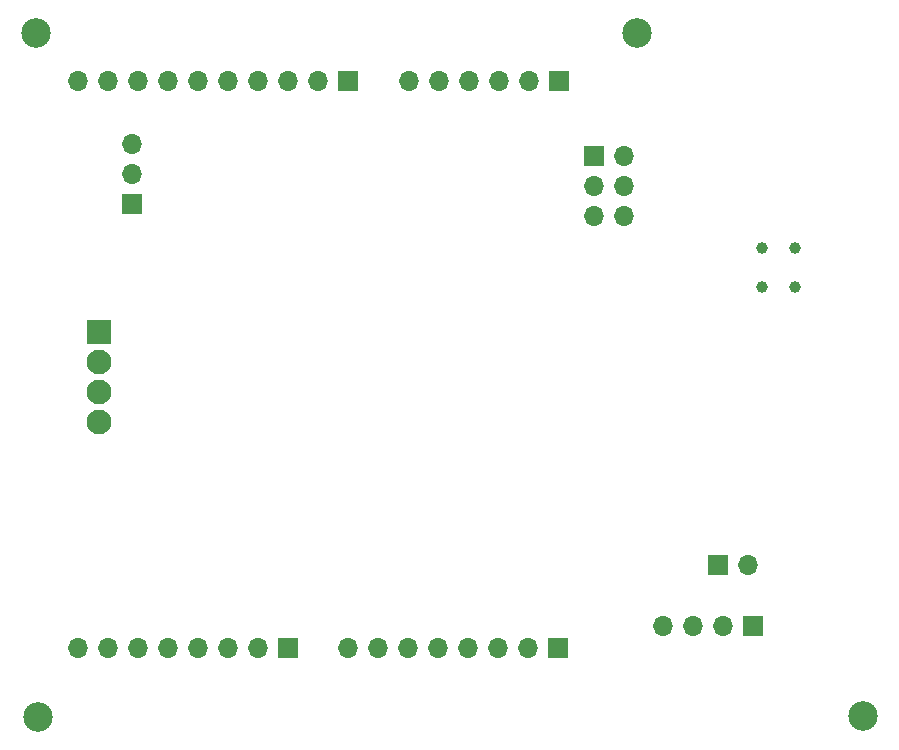
<source format=gbr>
%TF.GenerationSoftware,KiCad,Pcbnew,5.1.12-84ad8e8a86~92~ubuntu20.04.1*%
%TF.CreationDate,2022-08-01T12:29:38-07:00*%
%TF.ProjectId,LoRaXcvr_R2,4c6f5261-5863-4767-925f-52322e6b6963,rev?*%
%TF.SameCoordinates,Original*%
%TF.FileFunction,Soldermask,Bot*%
%TF.FilePolarity,Negative*%
%FSLAX46Y46*%
G04 Gerber Fmt 4.6, Leading zero omitted, Abs format (unit mm)*
G04 Created by KiCad (PCBNEW 5.1.12-84ad8e8a86~92~ubuntu20.04.1) date 2022-08-01 12:29:38*
%MOMM*%
%LPD*%
G01*
G04 APERTURE LIST*
%ADD10R,1.700000X1.700000*%
%ADD11O,1.700000X1.700000*%
%ADD12R,2.100000X2.100000*%
%ADD13C,2.100000*%
%ADD14C,2.500000*%
%ADD15C,1.000000*%
G04 APERTURE END LIST*
D10*
%TO.C,J8*%
X148437600Y-44958000D03*
D11*
X145897600Y-44958000D03*
X143357600Y-44958000D03*
X140817600Y-44958000D03*
X138277600Y-44958000D03*
X135737600Y-44958000D03*
%TD*%
D10*
%TO.C,J10*%
X125432820Y-92933520D03*
D11*
X122892820Y-92933520D03*
X120352820Y-92933520D03*
X117812820Y-92933520D03*
X115272820Y-92933520D03*
X112732820Y-92933520D03*
X110192820Y-92933520D03*
X107652820Y-92933520D03*
%TD*%
D12*
%TO.C,J1*%
X109474000Y-66167000D03*
D13*
X109474000Y-68707000D03*
X109474000Y-71247000D03*
X109474000Y-73787000D03*
%TD*%
D10*
%TO.C,J2*%
X151356060Y-51305460D03*
D11*
X153896060Y-51305460D03*
X151356060Y-53845460D03*
X153896060Y-53845460D03*
X151356060Y-56385460D03*
X153896060Y-56385460D03*
%TD*%
D10*
%TO.C,J4*%
X161825940Y-85877400D03*
D11*
X164365940Y-85877400D03*
%TD*%
D10*
%TO.C,J6*%
X148292820Y-92964000D03*
D11*
X145752820Y-92964000D03*
X143212820Y-92964000D03*
X140672820Y-92964000D03*
X138132820Y-92964000D03*
X135592820Y-92964000D03*
X133052820Y-92964000D03*
X130512820Y-92964000D03*
%TD*%
D10*
%TO.C,J7*%
X130566160Y-44886880D03*
D11*
X128026160Y-44886880D03*
X125486160Y-44886880D03*
X122946160Y-44886880D03*
X120406160Y-44886880D03*
X117866160Y-44886880D03*
X115326160Y-44886880D03*
X112786160Y-44886880D03*
X110246160Y-44886880D03*
X107706160Y-44886880D03*
%TD*%
D10*
%TO.C,J3*%
X164846000Y-91059000D03*
D11*
X162306000Y-91059000D03*
X159766000Y-91059000D03*
X157226000Y-91059000D03*
%TD*%
D10*
%TO.C,J5*%
X112268000Y-55372000D03*
D11*
X112268000Y-52832000D03*
X112268000Y-50292000D03*
%TD*%
D14*
%TO.C,H1*%
X154990800Y-40830500D03*
%TD*%
%TO.C,H2*%
X174117000Y-98679000D03*
%TD*%
%TO.C,H3*%
X104267000Y-98806000D03*
%TD*%
%TO.C,H4*%
X104140000Y-40894000D03*
%TD*%
D15*
%TO.C,TP1*%
X165600000Y-59100000D03*
%TD*%
%TO.C,TP2*%
X165600000Y-62350000D03*
%TD*%
%TO.C,TP3*%
X168350000Y-59100000D03*
%TD*%
%TO.C,TP4*%
X168350000Y-62350000D03*
%TD*%
M02*

</source>
